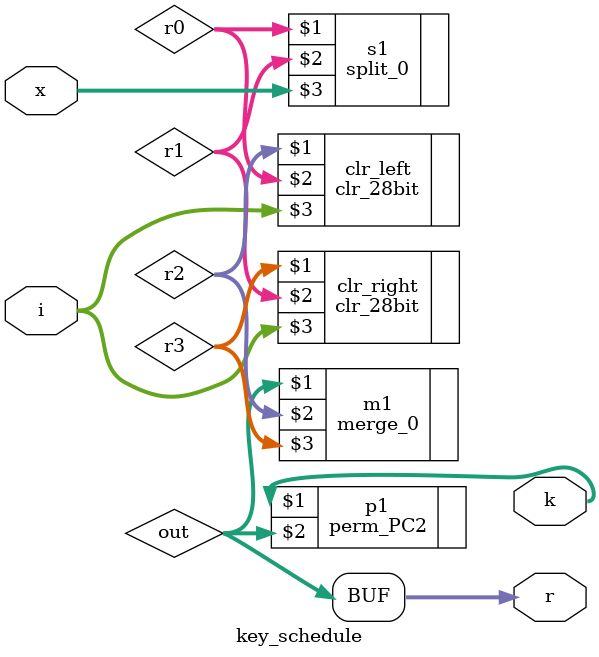
<source format=v>
/* Copyright (C) 2017 Daniel Page <csdsp@bristol.ac.uk>
 *
 * Use of this source code is restricted per the CC BY-NC-ND license, a copy of 
 * which can be found via http://creativecommons.org (and should be included as 
 * LICENSE.txt within the associated archive or repository).
 */






module key_schedule( output wire [ 55 : 0 ] r,
                     output wire [ 47 : 0 ] k,
                      input wire [ 55 : 0 ] x,
                      input wire [  3 : 0 ] i );

    wire [27:0] r0;
    wire [27:0] r1; 
    
    split_0 s1(r0, r1, x);

    wire [27:0] r2;
    wire [27:0] r3; 
        
    clr_28bit clr_left  (r2, r0, i);    
    clr_28bit clr_right (r3, r1, i);   

    wire [55:0] out;

    merge_0 m1(out, r2, r3);
    
    assign r = out;
    perm_PC2 p1(k, out);
endmodule

</source>
